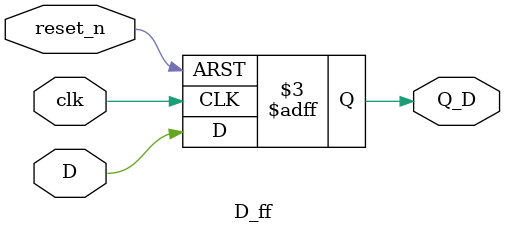
<source format=v>
module D_ff (
input clk ,
input reset_n ,
input D ,
output reg Q_D
);

always @(posedge clk , negedge reset_n)
  begin
   if (~reset_n)
     Q_D = 1'b0 ;
   else
     Q_D = D ;
  end

endmodule

</source>
